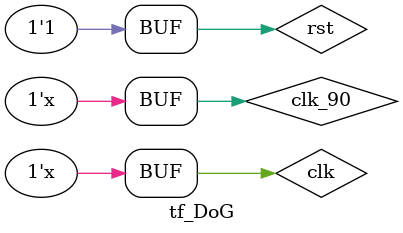
<source format=v>
`timescale 1ns / 1ps



module tf_DoG;

	// Inputs
	reg clk;
	reg clk_90;
	reg rst;
	reg [7:0] din;

	// Outputs
	wire [17:0] dout1;
	wire [17:0] dout2;
	wire [17:0] dout3;
	wire [17:0] dout4;
	wire [7:0] diff0;
	wire [7:0] diff1;
	wire [7:0] diff2;
	wire out_en;
	wire [20:0] addr;
	wire complete1;
	wire complete2;

	// Instantiate the Unit Under Test (UUT)
	DoG uut (
		.clk(clk), 
		.clk_90(clk_90),
		.rst(rst), 
		.din(din), 
		.dout1(dout1), 
		.dout2(dout2), 
		.dout3(dout3), 
		.dout4(dout4), 
		.diff0(diff0), 
		.diff1(diff1), 
		.diff2(diff2), 
		.out_en(out_en), 
		.addr(addr), 
		.complete1(complete1), 
		.complete2(complete2)
	);

	initial begin
		// Initialize Inputs
		clk = 0;
		clk_90 = 0;
		rst = 0;
		din = 0;

		// Wait 100 ns for global reset to finish
		#100;
        rst=1;
		// Add stimulus here

	end
	
always@(posedge clk or negedge rst)
    if(rst == 1'b0)
        din <= 8'd0;
    else if(din == 8'd255)
        din <= 8'd0;
    else
        din <= din + 8'd1;
    
	
	always
	#10 clk=~clk;
	
	always
	#10 clk_90=~clk_90;
      
endmodule


</source>
